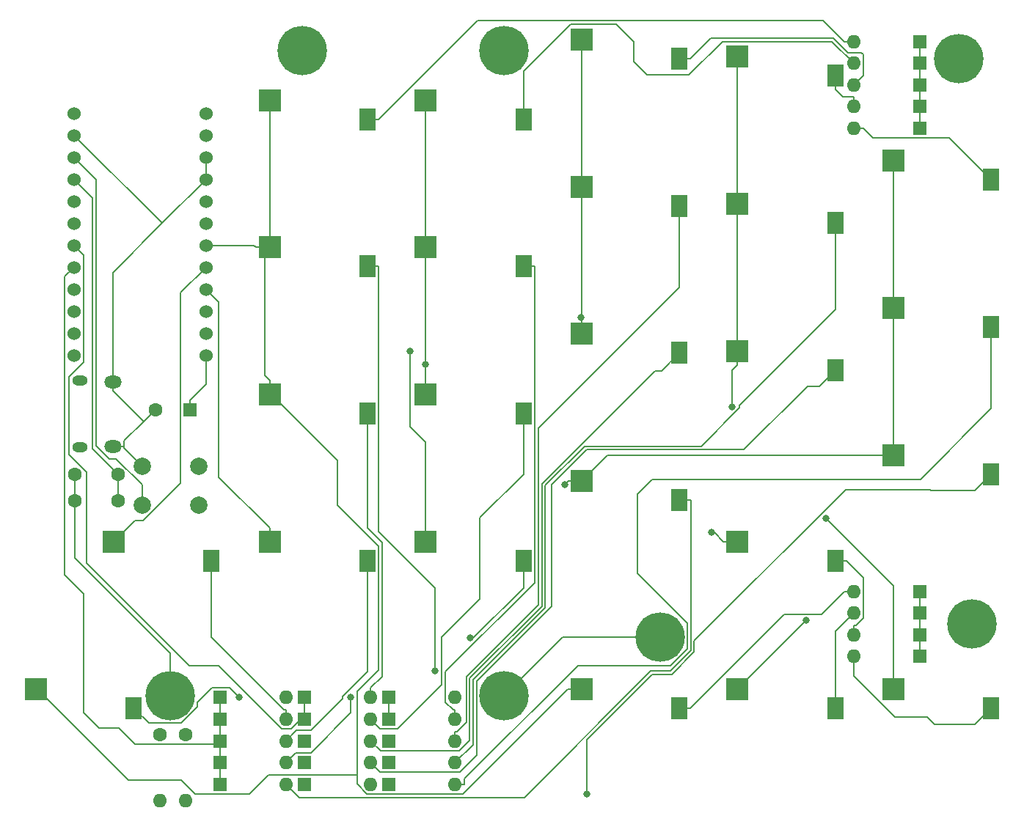
<source format=gbl>
%TF.GenerationSoftware,KiCad,Pcbnew,(5.99.0-12766-g4a3658027e)*%
%TF.CreationDate,2021-12-04T14:11:47+09:00*%
%TF.ProjectId,right,72696768-742e-46b6-9963-61645f706362,rev?*%
%TF.SameCoordinates,Original*%
%TF.FileFunction,Copper,L2,Bot*%
%TF.FilePolarity,Positive*%
%FSLAX46Y46*%
G04 Gerber Fmt 4.6, Leading zero omitted, Abs format (unit mm)*
G04 Created by KiCad (PCBNEW (5.99.0-12766-g4a3658027e)) date 2021-12-04 14:11:47*
%MOMM*%
%LPD*%
G01*
G04 APERTURE LIST*
%TA.AperFunction,ComponentPad*%
%ADD10R,1.600000X1.600000*%
%TD*%
%TA.AperFunction,ComponentPad*%
%ADD11O,1.600000X1.600000*%
%TD*%
%TA.AperFunction,ComponentPad*%
%ADD12C,1.600000*%
%TD*%
%TA.AperFunction,SMDPad,CuDef*%
%ADD13R,2.600000X2.600000*%
%TD*%
%TA.AperFunction,SMDPad,CuDef*%
%ADD14R,1.950000X2.600000*%
%TD*%
%TA.AperFunction,ComponentPad*%
%ADD15C,2.000000*%
%TD*%
%TA.AperFunction,ComponentPad*%
%ADD16C,1.524000*%
%TD*%
%TA.AperFunction,ComponentPad*%
%ADD17C,5.700000*%
%TD*%
%TA.AperFunction,ComponentPad*%
%ADD18O,1.800000X1.150000*%
%TD*%
%TA.AperFunction,ComponentPad*%
%ADD19O,2.000000X1.450000*%
%TD*%
%TA.AperFunction,ViaPad*%
%ADD20C,0.800000*%
%TD*%
%TA.AperFunction,Conductor*%
%ADD21C,0.200000*%
%TD*%
G04 APERTURE END LIST*
D10*
%TO.P,D24,1,K*%
%TO.N,/rrow0*%
X265750000Y-20500000D03*
D11*
%TO.P,D24,2,A*%
%TO.N,Net-(D24-Pad2)*%
X258130000Y-20500000D03*
%TD*%
D10*
%TO.P,D27,1,K*%
%TO.N,/rrow3*%
X185000000Y-96250000D03*
D11*
%TO.P,D27,2,A*%
%TO.N,Net-(D27-Pad2)*%
X192620000Y-96250000D03*
%TD*%
D10*
%TO.P,D28,1,K*%
%TO.N,/rrow4*%
X265750000Y-84000000D03*
D11*
%TO.P,D28,2,A*%
%TO.N,Net-(D28-Pad2)*%
X258130000Y-84000000D03*
%TD*%
D10*
%TO.P,D29,1,K*%
%TO.N,/rrow0*%
X265750000Y-23000000D03*
D11*
%TO.P,D29,2,A*%
%TO.N,Net-(D29-Pad2)*%
X258130000Y-23000000D03*
%TD*%
D10*
%TO.P,D30,1,K*%
%TO.N,/rrow1*%
X204500000Y-98750000D03*
D11*
%TO.P,D30,2,A*%
%TO.N,Net-(D30-Pad2)*%
X212120000Y-98750000D03*
%TD*%
D10*
%TO.P,D32,1,K*%
%TO.N,/rrow3*%
X185000000Y-98750000D03*
D11*
%TO.P,D32,2,A*%
%TO.N,Net-(D32-Pad2)*%
X192620000Y-98750000D03*
%TD*%
D10*
%TO.P,D34,1,K*%
%TO.N,/rrow0*%
X265750000Y-25500000D03*
D11*
%TO.P,D34,2,A*%
%TO.N,Net-(D34-Pad2)*%
X258130000Y-25500000D03*
%TD*%
D10*
%TO.P,D35,1,K*%
%TO.N,/rrow1*%
X204500000Y-101250000D03*
D11*
%TO.P,D35,2,A*%
%TO.N,Net-(D35-Pad2)*%
X212120000Y-101250000D03*
%TD*%
D10*
%TO.P,D38,1,K*%
%TO.N,/rrow4*%
X265750000Y-86500000D03*
D11*
%TO.P,D38,2,A*%
%TO.N,Net-(D38-Pad2)*%
X258130000Y-86500000D03*
%TD*%
D10*
%TO.P,D40,1,K*%
%TO.N,/rrow1*%
X204500000Y-103750000D03*
D11*
%TO.P,D40,2,A*%
%TO.N,Net-(D40-Pad2)*%
X212120000Y-103750000D03*
%TD*%
D10*
%TO.P,D41,1,K*%
%TO.N,/rrow2*%
X194750000Y-103750000D03*
D11*
%TO.P,D41,2,A*%
%TO.N,Net-(D41-Pad2)*%
X202370000Y-103750000D03*
%TD*%
D10*
%TO.P,D42,1,K*%
%TO.N,/rrow3*%
X185000000Y-103750000D03*
D11*
%TO.P,D42,2,A*%
%TO.N,Net-(D42-Pad2)*%
X192620000Y-103750000D03*
%TD*%
D10*
%TO.P,D43,1,K*%
%TO.N,/rrow0*%
X265750000Y-30500000D03*
D11*
%TO.P,D43,2,A*%
%TO.N,Net-(D43-Pad2)*%
X258130000Y-30500000D03*
%TD*%
D10*
%TO.P,D44,1,K*%
%TO.N,/rrow1*%
X204500000Y-106250000D03*
D11*
%TO.P,D44,2,A*%
%TO.N,Net-(D44-Pad2)*%
X212120000Y-106250000D03*
%TD*%
D10*
%TO.P,D45,1,K*%
%TO.N,/rrow2*%
X194750000Y-106250000D03*
D11*
%TO.P,D45,2,A*%
%TO.N,Net-(D45-Pad2)*%
X202370000Y-106250000D03*
%TD*%
D12*
%TO.P,R3,1*%
%TO.N,/rSCL*%
X178000000Y-100500000D03*
D11*
%TO.P,R3,2*%
%TO.N,+5V*%
X178000000Y-108120000D03*
%TD*%
D13*
%TO.P,SW24,1,1*%
%TO.N,/rcol0*%
X190700000Y-27250000D03*
D14*
%TO.P,SW24,2,2*%
%TO.N,Net-(D24-Pad2)*%
X202000000Y-29450000D03*
%TD*%
D13*
%TO.P,SW25,1,1*%
%TO.N,/rcol0*%
X190700000Y-44250000D03*
D14*
%TO.P,SW25,2,2*%
%TO.N,Net-(D25-Pad2)*%
X202000000Y-46450000D03*
%TD*%
D13*
%TO.P,SW26,1,1*%
%TO.N,/rcol0*%
X190700000Y-61250000D03*
D14*
%TO.P,SW26,2,2*%
%TO.N,Net-(D26-Pad2)*%
X202000000Y-63450000D03*
%TD*%
D13*
%TO.P,SW28,1,1*%
%TO.N,/rcol0*%
X226700000Y-95250000D03*
D14*
%TO.P,SW28,2,2*%
%TO.N,Net-(D28-Pad2)*%
X238000000Y-97450000D03*
%TD*%
D13*
%TO.P,SW29,1,1*%
%TO.N,/rcol1*%
X208700000Y-27250000D03*
D14*
%TO.P,SW29,2,2*%
%TO.N,Net-(D29-Pad2)*%
X220000000Y-29450000D03*
%TD*%
D13*
%TO.P,SW30,1,1*%
%TO.N,/rcol1*%
X208700000Y-44250000D03*
D14*
%TO.P,SW30,2,2*%
%TO.N,Net-(D30-Pad2)*%
X220000000Y-46450000D03*
%TD*%
D13*
%TO.P,SW31,1,1*%
%TO.N,/rcol1*%
X208700000Y-61250000D03*
D14*
%TO.P,SW31,2,2*%
%TO.N,Net-(D31-Pad2)*%
X220000000Y-63450000D03*
%TD*%
D13*
%TO.P,SW33,1,1*%
%TO.N,/rcol1*%
X244700000Y-78250000D03*
D14*
%TO.P,SW33,2,2*%
%TO.N,Net-(D33-Pad2)*%
X256000000Y-80450000D03*
%TD*%
D13*
%TO.P,SW34,1,1*%
%TO.N,/rcol2*%
X226700000Y-20250000D03*
D14*
%TO.P,SW34,2,2*%
%TO.N,Net-(D34-Pad2)*%
X238000000Y-22450000D03*
%TD*%
D13*
%TO.P,SW35,1,1*%
%TO.N,/rcol2*%
X226700000Y-37250000D03*
D14*
%TO.P,SW35,2,2*%
%TO.N,Net-(D35-Pad2)*%
X238000000Y-39450000D03*
%TD*%
D13*
%TO.P,SW36,1,1*%
%TO.N,/rcol2*%
X226700000Y-54250000D03*
D14*
%TO.P,SW36,2,2*%
%TO.N,Net-(D36-Pad2)*%
X238000000Y-56450000D03*
%TD*%
D13*
%TO.P,SW38,1,1*%
%TO.N,/rcol2*%
X244700000Y-95250000D03*
D14*
%TO.P,SW38,2,2*%
%TO.N,Net-(D38-Pad2)*%
X256000000Y-97450000D03*
%TD*%
D13*
%TO.P,SW39,1,1*%
%TO.N,/rcol3*%
X244700000Y-22250000D03*
D14*
%TO.P,SW39,2,2*%
%TO.N,Net-(D39-Pad2)*%
X256000000Y-24450000D03*
%TD*%
D13*
%TO.P,SW40,1,1*%
%TO.N,/rcol3*%
X244700000Y-39250000D03*
D14*
%TO.P,SW40,2,2*%
%TO.N,Net-(D40-Pad2)*%
X256000000Y-41450000D03*
%TD*%
D13*
%TO.P,SW41,1,1*%
%TO.N,/rcol3*%
X244700000Y-56250000D03*
D14*
%TO.P,SW41,2,2*%
%TO.N,Net-(D41-Pad2)*%
X256000000Y-58450000D03*
%TD*%
D13*
%TO.P,SW43,1,1*%
%TO.N,/rcol4*%
X262700000Y-34250000D03*
D14*
%TO.P,SW43,2,2*%
%TO.N,Net-(D43-Pad2)*%
X274000000Y-36450000D03*
%TD*%
D13*
%TO.P,SW44,1,1*%
%TO.N,/rcol4*%
X262700000Y-51250000D03*
D14*
%TO.P,SW44,2,2*%
%TO.N,Net-(D44-Pad2)*%
X274000000Y-53450000D03*
%TD*%
D13*
%TO.P,SW45,1,1*%
%TO.N,/rcol4*%
X262700000Y-68250000D03*
D14*
%TO.P,SW45,2,2*%
%TO.N,Net-(D45-Pad2)*%
X274000000Y-70450000D03*
%TD*%
D15*
%TO.P,SW48,1,1*%
%TO.N,/rRST*%
X176000000Y-74000000D03*
X182500000Y-74000000D03*
%TO.P,SW48,2,2*%
%TO.N,GND*%
X176000000Y-69500000D03*
X182500000Y-69500000D03*
%TD*%
D16*
%TO.P,U2,1,TX0/D3*%
%TO.N,/rLED*%
X183361400Y-28772000D03*
%TO.P,U2,2,RX1/D2*%
%TO.N,unconnected-(U2-Pad2)*%
X183361400Y-31312000D03*
%TO.P,U2,3,GND*%
%TO.N,GND*%
X183361400Y-33852000D03*
%TO.P,U2,4,GND*%
X183361400Y-36392000D03*
%TO.P,U2,5,2/D1/SDA*%
%TO.N,/rSDA*%
X183361400Y-38932000D03*
%TO.P,U2,6,3/D0/SCL*%
%TO.N,/rSCL*%
X183361400Y-41472000D03*
%TO.P,U2,7,4/D4*%
%TO.N,/rcol0*%
X183361400Y-44012000D03*
%TO.P,U2,8,5/C6*%
%TO.N,/rcol1*%
X183361400Y-46552000D03*
%TO.P,U2,9,6/D7*%
%TO.N,/rcol2*%
X183361400Y-49092000D03*
%TO.P,U2,10,7/E6*%
%TO.N,/rcol3*%
X183361400Y-51632000D03*
%TO.P,U2,11,8/B4*%
%TO.N,/rcol4*%
X183361400Y-54172000D03*
%TO.P,U2,12,9/B5*%
%TO.N,/rbuzzer*%
X183361400Y-56712000D03*
%TO.P,U2,13,B6/10*%
%TO.N,unconnected-(U2-Pad13)*%
X168141400Y-56712000D03*
%TO.P,U2,14,B2/16*%
%TO.N,unconnected-(U2-Pad14)*%
X168141400Y-54172000D03*
%TO.P,U2,15,B3/14*%
%TO.N,unconnected-(U2-Pad15)*%
X168141400Y-51632000D03*
%TO.P,U2,16,B1/15*%
%TO.N,/rrow4*%
X168141400Y-49092000D03*
%TO.P,U2,17,F7/A0*%
%TO.N,/rrow3*%
X168141400Y-46552000D03*
%TO.P,U2,18,F6/A1*%
%TO.N,/rrow2*%
X168141400Y-44012000D03*
%TO.P,U2,19,F5/A2*%
%TO.N,/rrow1*%
X168141400Y-41472000D03*
%TO.P,U2,20,F4/A3*%
%TO.N,/rrow0*%
X168141400Y-38932000D03*
%TO.P,U2,21,VCC*%
%TO.N,+5V*%
X168141400Y-36392000D03*
%TO.P,U2,22,RST*%
%TO.N,/rRST*%
X168141400Y-33852000D03*
%TO.P,U2,23,GND*%
%TO.N,GND*%
X168141400Y-31312000D03*
%TO.P,U2,24,RAW*%
%TO.N,unconnected-(U2-Pad24)*%
X168141400Y-28772000D03*
%TD*%
D10*
%TO.P,D25,1,K*%
%TO.N,/rrow1*%
X204500000Y-96250000D03*
D11*
%TO.P,D25,2,A*%
%TO.N,Net-(D25-Pad2)*%
X212120000Y-96250000D03*
%TD*%
D10*
%TO.P,D26,1,K*%
%TO.N,/rrow2*%
X194750000Y-96250000D03*
D11*
%TO.P,D26,2,A*%
%TO.N,Net-(D26-Pad2)*%
X202370000Y-96250000D03*
%TD*%
D10*
%TO.P,D31,1,K*%
%TO.N,/rrow2*%
X194750000Y-98750000D03*
D11*
%TO.P,D31,2,A*%
%TO.N,Net-(D31-Pad2)*%
X202370000Y-98750000D03*
%TD*%
D10*
%TO.P,D33,1,K*%
%TO.N,/rrow4*%
X265750000Y-89000000D03*
D11*
%TO.P,D33,2,A*%
%TO.N,Net-(D33-Pad2)*%
X258130000Y-89000000D03*
%TD*%
D10*
%TO.P,D36,1,K*%
%TO.N,/rrow2*%
X194750000Y-101250000D03*
D11*
%TO.P,D36,2,A*%
%TO.N,Net-(D36-Pad2)*%
X202370000Y-101250000D03*
%TD*%
D10*
%TO.P,D37,1,K*%
%TO.N,/rrow3*%
X185000000Y-101250000D03*
D11*
%TO.P,D37,2,A*%
%TO.N,Net-(D37-Pad2)*%
X192620000Y-101250000D03*
%TD*%
D10*
%TO.P,D39,1,K*%
%TO.N,/rrow0*%
X265750000Y-28000000D03*
D11*
%TO.P,D39,2,A*%
%TO.N,Net-(D39-Pad2)*%
X258130000Y-28000000D03*
%TD*%
D13*
%TO.P,SW37,1,1*%
%TO.N,/rcol2*%
X190700000Y-78250000D03*
D14*
%TO.P,SW37,2,2*%
%TO.N,Net-(D37-Pad2)*%
X202000000Y-80450000D03*
%TD*%
D13*
%TO.P,SW42,1,1*%
%TO.N,/rcol3*%
X208700000Y-78250000D03*
D14*
%TO.P,SW42,2,2*%
%TO.N,Net-(D42-Pad2)*%
X220000000Y-80450000D03*
%TD*%
D13*
%TO.P,SW32,1,1*%
%TO.N,/rcol1*%
X172700000Y-78250000D03*
D14*
%TO.P,SW32,2,2*%
%TO.N,Net-(D32-Pad2)*%
X184000000Y-80450000D03*
%TD*%
D13*
%TO.P,SW27,1,1*%
%TO.N,/rcol0*%
X163700000Y-95250000D03*
D14*
%TO.P,SW27,2,2*%
%TO.N,Net-(D27-Pad2)*%
X175000000Y-97450000D03*
%TD*%
D10*
%TO.P,D46,1,K*%
%TO.N,/rrow3*%
X185000000Y-106250000D03*
D11*
%TO.P,D46,2,A*%
%TO.N,Net-(D46-Pad2)*%
X192620000Y-106250000D03*
%TD*%
D13*
%TO.P,SW46,1,1*%
%TO.N,/rcol4*%
X226700000Y-71250000D03*
D14*
%TO.P,SW46,2,2*%
%TO.N,Net-(D46-Pad2)*%
X238000000Y-73450000D03*
%TD*%
D12*
%TO.P,R4,1*%
%TO.N,/rSDA*%
X181000000Y-100500000D03*
D11*
%TO.P,R4,2*%
%TO.N,+5V*%
X181000000Y-108120000D03*
%TD*%
D17*
%TO.P,H15,1,1*%
%TO.N,GND*%
X270250000Y-22500000D03*
%TD*%
D10*
%TO.P,D48,1,K*%
%TO.N,/rrow4*%
X265750000Y-91500000D03*
D11*
%TO.P,D48,2,A*%
%TO.N,Net-(D48-Pad2)*%
X258130000Y-91500000D03*
%TD*%
D17*
%TO.P,H10,1,1*%
%TO.N,GND*%
X271750000Y-87750000D03*
%TD*%
%TO.P,H11,1,1*%
%TO.N,GND*%
X179250000Y-96000000D03*
%TD*%
%TO.P,H14,1,1*%
%TO.N,GND*%
X217750000Y-96000000D03*
%TD*%
D18*
%TO.P,J2,6,Shield*%
%TO.N,GND*%
X168800000Y-59625000D03*
D19*
X172600000Y-59775000D03*
D18*
X168800000Y-67375000D03*
D19*
X172600000Y-67225000D03*
%TD*%
D17*
%TO.P,H13,1,1*%
%TO.N,GND*%
X235750000Y-89250000D03*
%TD*%
D10*
%TO.P,BZ2,1,-*%
%TO.N,/rbuzzer*%
X181500000Y-63000000D03*
D12*
%TO.P,BZ2,2,+*%
%TO.N,GND*%
X177500000Y-63000000D03*
%TD*%
D17*
%TO.P,H9,1,1*%
%TO.N,GND*%
X217750000Y-21500000D03*
%TD*%
D13*
%TO.P,SW50,1,1*%
%TO.N,/rcol3*%
X262700000Y-95250000D03*
D14*
%TO.P,SW50,2,2*%
%TO.N,Net-(D48-Pad2)*%
X274000000Y-97450000D03*
%TD*%
D17*
%TO.P,H12,1,1*%
%TO.N,GND*%
X194500000Y-21500000D03*
%TD*%
D12*
%TO.P,C4,1*%
%TO.N,+5V*%
X173250000Y-70500000D03*
%TO.P,C4,2*%
%TO.N,GND*%
X168250000Y-70500000D03*
%TD*%
%TO.P,C3,1*%
%TO.N,+5V*%
X173250000Y-73500000D03*
%TO.P,C3,2*%
%TO.N,GND*%
X168250000Y-73500000D03*
%TD*%
D20*
%TO.N,Net-(D25-Pad2)*%
X209788900Y-93169000D03*
%TO.N,Net-(D27-Pad2)*%
X187158300Y-96206300D03*
%TO.N,Net-(D42-Pad2)*%
X213859300Y-89359500D03*
X200081300Y-96170300D03*
%TO.N,Net-(D45-Pad2)*%
X227302700Y-107350400D03*
%TO.N,/rcol1*%
X241670400Y-77195500D03*
X208700000Y-57735100D03*
%TO.N,/rcol2*%
X252618800Y-87331200D03*
X226675100Y-52347400D03*
%TO.N,/rcol3*%
X206908500Y-56234000D03*
X244075400Y-62664500D03*
X254893200Y-75560900D03*
%TO.N,/rcol4*%
X224776600Y-71636800D03*
%TD*%
D21*
%TO.N,GND*%
X173900300Y-67225000D02*
X173900300Y-67400300D01*
X172600000Y-47153400D02*
X178291400Y-41462000D01*
X176149900Y-64350100D02*
X173900300Y-66599700D01*
X224500000Y-89250000D02*
X235750000Y-89250000D01*
X217750000Y-96000000D02*
X224500000Y-89250000D01*
X173900300Y-66599700D02*
X173900300Y-67225000D01*
X178291400Y-41462000D02*
X183361400Y-36392000D01*
X178291400Y-41462000D02*
X168141400Y-31312000D01*
X168250000Y-80144800D02*
X168250000Y-73500000D01*
X172600000Y-59775000D02*
X172600000Y-60800300D01*
X173900300Y-67400300D02*
X176000000Y-69500000D01*
X172600000Y-67225000D02*
X173900300Y-67225000D01*
X183361400Y-36392000D02*
X183361400Y-33852000D01*
X179250000Y-96000000D02*
X179250000Y-91144800D01*
X172600000Y-59775000D02*
X172600000Y-47153400D01*
X168250000Y-73500000D02*
X168250000Y-70500000D01*
X172600000Y-60800300D02*
X176149900Y-64350100D01*
X177500000Y-63000000D02*
X176149900Y-64350100D01*
X179250000Y-91144800D02*
X168250000Y-80144800D01*
%TO.N,+5V*%
X173250000Y-70500000D02*
X170288700Y-67538700D01*
X173250000Y-70500000D02*
X173250000Y-73500000D01*
X170288700Y-67538700D02*
X170288700Y-38539300D01*
X170288700Y-38539300D02*
X168141400Y-36392000D01*
%TO.N,Net-(D24-Pad2)*%
X203275300Y-29450000D02*
X214664900Y-18060400D01*
X214664900Y-18060400D02*
X254590100Y-18060400D01*
X202000000Y-29450000D02*
X203275300Y-29450000D01*
X254590100Y-18060400D02*
X257029700Y-20500000D01*
X258130000Y-20500000D02*
X257029700Y-20500000D01*
%TO.N,/rrow1*%
X204500000Y-96250000D02*
X204500000Y-98750000D01*
%TO.N,Net-(D25-Pad2)*%
X209788900Y-83605300D02*
X203275300Y-77091700D01*
X209788900Y-93169000D02*
X209788900Y-83605300D01*
X202000000Y-46450000D02*
X203275300Y-46450000D01*
X203275300Y-77091700D02*
X203275300Y-46450000D01*
%TO.N,/rrow2*%
X192120600Y-99856700D02*
X184815000Y-92551100D01*
X181464700Y-92551100D02*
X169599800Y-80686200D01*
X169249600Y-57543100D02*
X169249600Y-45120200D01*
X167550200Y-68208200D02*
X167550200Y-59242500D01*
X194750000Y-98750000D02*
X194750000Y-96250000D01*
X193214800Y-99856700D02*
X192120600Y-99856700D01*
X169599800Y-80686200D02*
X169599800Y-70257800D01*
X194321500Y-98750000D02*
X193214800Y-99856700D01*
X194750000Y-98750000D02*
X194321500Y-98750000D01*
X167550200Y-59242500D02*
X169249600Y-57543100D01*
X169249600Y-45120200D02*
X168141400Y-44012000D01*
X169599800Y-70257800D02*
X167550200Y-68208200D01*
X184815000Y-92551100D02*
X181464700Y-92551100D01*
%TO.N,Net-(D26-Pad2)*%
X203675600Y-78321400D02*
X202000000Y-76645800D01*
X202000000Y-76645800D02*
X202000000Y-63450000D01*
X202370000Y-95149700D02*
X203675600Y-93844100D01*
X202370000Y-96250000D02*
X202370000Y-95149700D01*
X203675600Y-93844100D02*
X203675600Y-78321400D01*
%TO.N,/rrow3*%
X185000000Y-103750000D02*
X185000000Y-101637400D01*
X169249600Y-97999600D02*
X171000000Y-99750000D01*
X175200100Y-101637400D02*
X185000000Y-101637400D01*
X185000000Y-101250000D02*
X185000000Y-98750000D01*
X173312700Y-99750000D02*
X175200100Y-101637400D01*
X185000000Y-106250000D02*
X185000000Y-103750000D01*
X167060400Y-82070900D02*
X169249600Y-84260100D01*
X167060400Y-47633000D02*
X167060400Y-82070900D01*
X185000000Y-98750000D02*
X185000000Y-96250000D01*
X168141400Y-46552000D02*
X167060400Y-47633000D01*
X185000000Y-101637400D02*
X185000000Y-101250000D01*
X171000000Y-99750000D02*
X173312700Y-99750000D01*
X169249600Y-84260100D02*
X169249600Y-97999600D01*
%TO.N,Net-(D27-Pad2)*%
X186101600Y-95149600D02*
X187158300Y-96206300D01*
X176730800Y-99180800D02*
X180531500Y-99180800D01*
X175000000Y-97450000D02*
X176730800Y-99180800D01*
X184024200Y-95149600D02*
X186101600Y-95149600D01*
X182400400Y-96773400D02*
X184024200Y-95149600D01*
X180531500Y-99180800D02*
X182400400Y-97311900D01*
X182400400Y-97311900D02*
X182400400Y-96773400D01*
%TO.N,/rrow4*%
X265750000Y-89000000D02*
X265750000Y-86500000D01*
X265750000Y-86500000D02*
X265750000Y-84000000D01*
X265750000Y-91500000D02*
X265750000Y-89000000D01*
%TO.N,Net-(D28-Pad2)*%
X258130000Y-84000000D02*
X257029700Y-84000000D01*
X239275300Y-97450000D02*
X250094500Y-86630800D01*
X250094500Y-86630800D02*
X254398900Y-86630800D01*
X238000000Y-97450000D02*
X239275300Y-97450000D01*
X254398900Y-86630800D02*
X257029700Y-84000000D01*
%TO.N,/rrow0*%
X265750000Y-25500000D02*
X265750000Y-23000000D01*
X265750000Y-23000000D02*
X265750000Y-20500000D01*
X265750000Y-28000000D02*
X265750000Y-25500000D01*
X265750000Y-30500000D02*
X265750000Y-28000000D01*
%TO.N,Net-(D29-Pad2)*%
X220000000Y-23911600D02*
X225450800Y-18460800D01*
X220000000Y-29450000D02*
X220000000Y-23911600D01*
X225450800Y-18460800D02*
X230707200Y-18460800D01*
X232739600Y-22820500D02*
X234256100Y-24337000D01*
X255604900Y-20474900D02*
X258130000Y-23000000D01*
X234256100Y-24337000D02*
X239078400Y-24337000D01*
X242940500Y-20474900D02*
X255604900Y-20474900D01*
X232739600Y-20493200D02*
X232739600Y-22820500D01*
X230707200Y-18460800D02*
X232739600Y-20493200D01*
X239078400Y-24337000D02*
X242940500Y-20474900D01*
%TO.N,Net-(D30-Pad2)*%
X212120000Y-98750000D02*
X212120000Y-97649700D01*
X211892000Y-97649700D02*
X212120000Y-97649700D01*
X220000000Y-46450000D02*
X221275300Y-46450000D01*
X211019600Y-96777300D02*
X211892000Y-97649700D01*
X221275300Y-46450000D02*
X221275300Y-82963400D01*
X221275300Y-82963400D02*
X211019600Y-93219100D01*
X211019600Y-93219100D02*
X211019600Y-96777300D01*
%TO.N,Net-(D31-Pad2)*%
X210554200Y-94784000D02*
X210554200Y-89265900D01*
X214945900Y-75501500D02*
X220000000Y-70447400D01*
X214945900Y-84874200D02*
X214945900Y-75501500D01*
X210554200Y-89265900D02*
X214945900Y-84874200D01*
X205487800Y-99850400D02*
X210554200Y-94784000D01*
X220000000Y-70447400D02*
X220000000Y-63450000D01*
X202370000Y-98750000D02*
X203470400Y-99850400D01*
X203470400Y-99850400D02*
X205487800Y-99850400D01*
%TO.N,Net-(D32-Pad2)*%
X184000000Y-89257700D02*
X192392000Y-97649700D01*
X184000000Y-80450000D02*
X184000000Y-89257700D01*
X192392000Y-97649700D02*
X192620000Y-97649700D01*
X192620000Y-98750000D02*
X192620000Y-97649700D01*
%TO.N,Net-(D33-Pad2)*%
X258130000Y-89000000D02*
X258130000Y-87899700D01*
X259248700Y-87056100D02*
X259248700Y-82423400D01*
X258130000Y-87899700D02*
X258405100Y-87899700D01*
X259248700Y-82423400D02*
X257275300Y-80450000D01*
X258405100Y-87899700D02*
X259248700Y-87056100D01*
X256000000Y-80450000D02*
X257275300Y-80450000D01*
%TO.N,Net-(D34-Pad2)*%
X238000000Y-22450000D02*
X239275300Y-22450000D01*
X241664300Y-20061000D02*
X255757100Y-20061000D01*
X257446100Y-21750000D02*
X259000000Y-21750000D01*
X259229511Y-21979511D02*
X259229511Y-24400489D01*
X259000000Y-21750000D02*
X259229511Y-21979511D01*
X255757100Y-20061000D02*
X257446100Y-21750000D01*
X259229511Y-24400489D02*
X258130000Y-25500000D01*
X239275300Y-22450000D02*
X241664300Y-20061000D01*
%TO.N,Net-(D35-Pad2)*%
X221717100Y-65159300D02*
X221717100Y-85530600D01*
X212120000Y-101250000D02*
X212120000Y-100149700D01*
X213391200Y-99106500D02*
X212348000Y-100149700D01*
X238000000Y-39450000D02*
X238000000Y-48876400D01*
X213391200Y-93856500D02*
X213391200Y-99106500D01*
X221717100Y-85530600D02*
X213391200Y-93856500D01*
X212348000Y-100149700D02*
X212120000Y-100149700D01*
X238000000Y-48876400D02*
X221717100Y-65159300D01*
%TO.N,Net-(D36-Pad2)*%
X213791600Y-101208400D02*
X212601300Y-102398700D01*
X238000000Y-56450000D02*
X235936100Y-58513900D01*
X235188100Y-58513900D02*
X222117500Y-71584500D01*
X212601300Y-102398700D02*
X203518700Y-102398700D01*
X222117500Y-71584500D02*
X222117500Y-85696300D01*
X222117500Y-85696300D02*
X213791600Y-94022200D01*
X203518700Y-102398700D02*
X202370000Y-101250000D01*
X235936100Y-58513900D02*
X235188100Y-58513900D01*
X213791600Y-94022200D02*
X213791600Y-101208400D01*
%TO.N,Net-(D37-Pad2)*%
X199129900Y-96399600D02*
X195472000Y-100057500D01*
X199129900Y-96131400D02*
X199129900Y-96399600D01*
X202000000Y-93261300D02*
X199129900Y-96131400D01*
X202000000Y-80450000D02*
X202000000Y-93261300D01*
X193812500Y-100057500D02*
X192620000Y-101250000D01*
X195472000Y-100057500D02*
X193812500Y-100057500D01*
%TO.N,Net-(D38-Pad2)*%
X256000000Y-88630000D02*
X256000000Y-97450000D01*
X258130000Y-86500000D02*
X256000000Y-88630000D01*
%TO.N,Net-(D39-Pad2)*%
X256849400Y-26899700D02*
X256000000Y-26050300D01*
X258130000Y-28000000D02*
X258130000Y-26899700D01*
X256000000Y-24450000D02*
X256000000Y-26050300D01*
X258130000Y-26899700D02*
X256849400Y-26899700D01*
%TO.N,Net-(D40-Pad2)*%
X214192200Y-101677800D02*
X212120000Y-103750000D01*
X256000000Y-51421000D02*
X244937000Y-62484000D01*
X256000000Y-41450000D02*
X256000000Y-51421000D01*
X222517800Y-85862200D02*
X214192200Y-94187800D01*
X244937000Y-62484000D02*
X244937000Y-62793300D01*
X222517800Y-71750300D02*
X222517800Y-85862200D01*
X244937000Y-62793300D02*
X240499500Y-67230800D01*
X214192200Y-94187800D02*
X214192200Y-101677800D01*
X227037300Y-67230800D02*
X222517800Y-71750300D01*
X240499500Y-67230800D02*
X227037300Y-67230800D01*
%TO.N,Net-(D41-Pad2)*%
X252808600Y-60300400D02*
X245477800Y-67631200D01*
X203470400Y-104850400D02*
X202370000Y-103750000D01*
X227276800Y-67631200D02*
X223249700Y-71658300D01*
X214592700Y-94353600D02*
X214592700Y-102894800D01*
X223249700Y-85696600D02*
X214592700Y-94353600D01*
X254149600Y-60300400D02*
X252808600Y-60300400D01*
X245477800Y-67631200D02*
X227276800Y-67631200D01*
X223249700Y-71658300D02*
X223249700Y-85696600D01*
X214592700Y-102894800D02*
X212637100Y-104850400D01*
X256000000Y-58450000D02*
X254149600Y-60300400D01*
X212637100Y-104850400D02*
X203470400Y-104850400D01*
%TO.N,Net-(D42-Pad2)*%
X214234900Y-89359500D02*
X213859300Y-89359500D01*
X195451000Y-102649600D02*
X200081300Y-98019300D01*
X220000000Y-83594400D02*
X214234900Y-89359500D01*
X200081300Y-98019300D02*
X200081300Y-96170300D01*
X192620000Y-103750000D02*
X193720400Y-102649600D01*
X193720400Y-102649600D02*
X195451000Y-102649600D01*
X220000000Y-80450000D02*
X220000000Y-83594400D01*
%TO.N,Net-(D43-Pad2)*%
X269150300Y-31600300D02*
X274000000Y-36450000D01*
X259230300Y-30500000D02*
X260330600Y-31600300D01*
X260330600Y-31600300D02*
X269150300Y-31600300D01*
X258130000Y-30500000D02*
X259230300Y-30500000D01*
%TO.N,Net-(D44-Pad2)*%
X236986400Y-92537400D02*
X226315800Y-92537400D01*
X233185200Y-72748000D02*
X233185200Y-81915400D01*
X274000000Y-62860800D02*
X265815000Y-71045800D01*
X226315800Y-92537400D02*
X213220300Y-105632900D01*
X212120000Y-106250000D02*
X213220300Y-106250000D01*
X233185200Y-81915400D02*
X238909500Y-87639700D01*
X234887400Y-71045800D02*
X233185200Y-72748000D01*
X274000000Y-53450000D02*
X274000000Y-62860800D01*
X238909500Y-90614300D02*
X236986400Y-92537400D01*
X238909500Y-87639700D02*
X238909500Y-90614300D01*
X213220300Y-105632900D02*
X213220300Y-106250000D01*
X265815000Y-71045800D02*
X234887400Y-71045800D01*
%TO.N,Net-(D45-Pad2)*%
X239710100Y-89711000D02*
X257171500Y-72249600D01*
X237102300Y-93553700D02*
X239710100Y-90945900D01*
X267000800Y-72308600D02*
X272141400Y-72308600D01*
X234867500Y-93553700D02*
X237102300Y-93553700D01*
X272141400Y-72308600D02*
X274000000Y-70450000D01*
X227302700Y-107350400D02*
X227302700Y-101118500D01*
X239710100Y-90945900D02*
X239710100Y-89711000D01*
X266941800Y-72249600D02*
X267000800Y-72308600D01*
X257171500Y-72249600D02*
X266941800Y-72249600D01*
X227302700Y-101118500D02*
X234867500Y-93553700D01*
%TO.N,Net-(D46-Pad2)*%
X234701500Y-93153400D02*
X236936500Y-93153400D01*
X239309800Y-90780100D02*
X239309800Y-73484500D01*
X239309800Y-73484500D02*
X239275300Y-73450000D01*
X236936500Y-93153400D02*
X239309800Y-90780100D01*
X238000000Y-73450000D02*
X239275300Y-73450000D01*
X220080000Y-107774900D02*
X234701500Y-93153400D01*
X192620000Y-106250000D02*
X194144900Y-107774900D01*
X194144900Y-107774900D02*
X220080000Y-107774900D01*
%TO.N,/rcol0*%
X212989400Y-107360300D02*
X201924200Y-107360300D01*
X198548500Y-68898500D02*
X190900000Y-61250000D01*
X225099700Y-95250000D02*
X212989400Y-107360300D01*
X180496500Y-105746500D02*
X182100400Y-107350400D01*
X200801200Y-105149600D02*
X200801200Y-95523100D01*
X174408400Y-105746500D02*
X180496500Y-105746500D01*
X190700000Y-44250000D02*
X190700000Y-27250000D01*
X190125100Y-59074800D02*
X190700000Y-59649700D01*
X200801200Y-106237300D02*
X200801200Y-105149600D01*
X163700000Y-95250000D02*
X163911900Y-95250000D01*
X188861700Y-44012000D02*
X189099700Y-44250000D01*
X163911900Y-95250000D02*
X174408400Y-105746500D01*
X188359400Y-107350400D02*
X190560200Y-105149600D01*
X190125100Y-44250000D02*
X189099700Y-44250000D01*
X190700000Y-44250000D02*
X190125100Y-44250000D01*
X190560200Y-105149600D02*
X200801200Y-105149600D01*
X190700000Y-60449800D02*
X190700000Y-61250000D01*
X226700000Y-95250000D02*
X225099700Y-95250000D01*
X190900000Y-61250000D02*
X190700000Y-61250000D01*
X190700000Y-60449800D02*
X190700000Y-59649700D01*
X201924200Y-107360300D02*
X200801200Y-106237300D01*
X190125100Y-44250000D02*
X190125100Y-59074800D01*
X183361400Y-44012000D02*
X188861700Y-44012000D01*
X203275300Y-78740700D02*
X198548500Y-74013900D01*
X203275300Y-93049000D02*
X203275300Y-78740700D01*
X182100400Y-107350400D02*
X188359400Y-107350400D01*
X200801200Y-95523100D02*
X203275300Y-93049000D01*
X198548500Y-74013900D02*
X198548500Y-68898500D01*
%TO.N,/rcol1*%
X244700000Y-78250000D02*
X243099700Y-78250000D01*
X242045200Y-77195500D02*
X243099700Y-78250000D01*
X208700000Y-27250000D02*
X208700000Y-28850300D01*
X180399600Y-71489600D02*
X180399600Y-49513800D01*
X175153600Y-75796400D02*
X176092800Y-75796400D01*
X176092800Y-75796400D02*
X180399600Y-71489600D01*
X241670400Y-77195500D02*
X242045200Y-77195500D01*
X208700000Y-44250000D02*
X208700000Y-28850300D01*
X208700000Y-44250000D02*
X208700000Y-57735100D01*
X180399600Y-49513800D02*
X183361400Y-46552000D01*
X208700000Y-57735100D02*
X208700000Y-61250000D01*
X172700000Y-78250000D02*
X175153600Y-75796400D01*
%TO.N,/rcol2*%
X226700000Y-52372300D02*
X226675100Y-52347400D01*
X226700000Y-54250000D02*
X226700000Y-52372300D01*
X184839000Y-70788700D02*
X184839000Y-50569600D01*
X226700000Y-20250000D02*
X226700000Y-21850300D01*
X226675100Y-52347400D02*
X226700000Y-52322500D01*
X226700000Y-37250000D02*
X226700000Y-21850300D01*
X252618800Y-87331200D02*
X244700000Y-95250000D01*
X226700000Y-52322500D02*
X226700000Y-37250000D01*
X190700000Y-76649700D02*
X184839000Y-70788700D01*
X190700000Y-78250000D02*
X190700000Y-76649700D01*
X184839000Y-50569600D02*
X183361400Y-49092000D01*
%TO.N,/rcol3*%
X262700000Y-83367700D02*
X254893200Y-75560900D01*
X244700000Y-22250000D02*
X244700000Y-23850300D01*
X244700000Y-39250000D02*
X244700000Y-23850300D01*
X244700000Y-56250000D02*
X244700000Y-57850300D01*
X206908500Y-64987500D02*
X206908500Y-56234000D01*
X244700000Y-56250000D02*
X244700000Y-39250000D01*
X208700000Y-78250000D02*
X208700000Y-66779000D01*
X244075400Y-58474900D02*
X244075400Y-62664500D01*
X244700000Y-57850300D02*
X244075400Y-58474900D01*
X262700000Y-95250000D02*
X262700000Y-83367700D01*
X208700000Y-66779000D02*
X206908500Y-64987500D01*
%TO.N,/rcol4*%
X226700000Y-71250000D02*
X229700000Y-68250000D01*
X224776600Y-71636800D02*
X225099700Y-71313700D01*
X262700000Y-51250000D02*
X262700000Y-35850300D01*
X262700000Y-68250000D02*
X262700000Y-51250000D01*
X262700000Y-34250000D02*
X262700000Y-35850300D01*
X262700000Y-68250000D02*
X261099700Y-68250000D01*
X225099700Y-71313700D02*
X225099700Y-71250000D01*
X229700000Y-68250000D02*
X261099700Y-68250000D01*
X226700000Y-71250000D02*
X225099700Y-71250000D01*
%TO.N,/rRST*%
X170694000Y-36404600D02*
X170694000Y-67194000D01*
X176000000Y-71680600D02*
X176000000Y-74000000D01*
X173002700Y-68683300D02*
X176000000Y-71680600D01*
X168141400Y-33852000D02*
X170694000Y-36404600D01*
X172183300Y-68683300D02*
X173002700Y-68683300D01*
X170694000Y-67194000D02*
X172183300Y-68683300D01*
%TO.N,/rbuzzer*%
X181500000Y-63000000D02*
X181500000Y-61899700D01*
X183361400Y-60038300D02*
X183361400Y-56712000D01*
X181500000Y-61899700D02*
X183361400Y-60038300D01*
%TO.N,Net-(D48-Pad2)*%
X262839400Y-98470600D02*
X258130000Y-93761200D01*
X266624400Y-98470600D02*
X262839400Y-98470600D01*
X258130000Y-93761200D02*
X258130000Y-91500000D01*
X274000000Y-97450000D02*
X272141400Y-99308600D01*
X272141400Y-99308600D02*
X267462400Y-99308600D01*
X267462400Y-99308600D02*
X266624400Y-98470600D01*
%TD*%
M02*

</source>
